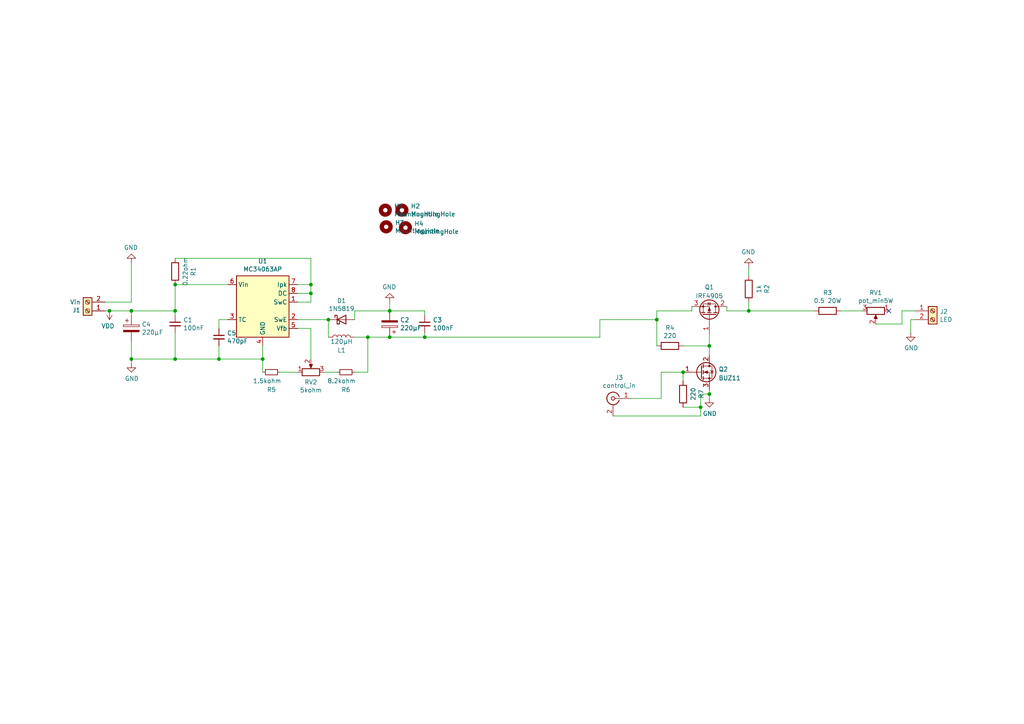
<source format=kicad_sch>
(kicad_sch (version 20211123) (generator eeschema)
  (paper "A4")
  (lib_symbols
    (symbol "Connector:Conn_Coaxial" (pin_names (offset 1.016) hide)
      (property "Reference" "J" (at 0.254 3.048 0))
      (property "Value" "Conn_Coaxial" (at 2.921 0 90))
      (symbol "Conn_Coaxial_0_1"
        (arc (start -1.778 -0.508) (mid 0.222 -1.808) (end 1.778 0) (stroke (width 0.254)))
        (polyline (pts (xy -2.54 0) (xy -0.508 0)))
        (polyline (pts (xy 0 -2.54) (xy 0 -1.778)))
        (circle (center 0 0) (radius 0.508) (stroke (width 0.2032)))
        (arc (start 1.778 0) (mid 0.222 1.8083) (end -1.778 0.508) (stroke (width 0.254)))
      )
      (symbol "Conn_Coaxial_1_1"
        (pin passive line (at -5.08 0 0) (length 2.54) (name "In") (number "1"))
        (pin passive line (at 0 -5.08 90) (length 2.54) (name "Ext") (number "2"))
      )
    )
    (symbol "Connector:Screw_Terminal_01x02" (pin_names (offset 1.016) hide)
      (property "Reference" "J" (at 0 2.54 0))
      (property "Value" "Screw_Terminal_01x02" (at 0 -5.08 0))
      (symbol "Screw_Terminal_01x02_1_1"
        (rectangle (start -1.27 1.27) (end 1.27 -3.81) (stroke (width 0.254)) (fill (type background)))
        (circle (center 0 -2.54) (radius 0.635) (stroke (width 0.1524)))
        (polyline (pts (xy -0.5334 -2.2098) (xy 0.3302 -3.048)) (stroke (width 0.1524)))
        (polyline (pts (xy -0.5334 0.3302) (xy 0.3302 -0.508)) (stroke (width 0.1524)))
        (polyline (pts (xy -0.3556 -2.032) (xy 0.508 -2.8702)) (stroke (width 0.1524)))
        (polyline (pts (xy -0.3556 0.508) (xy 0.508 -0.3302)) (stroke (width 0.1524)))
        (circle (center 0 0) (radius 0.635) (stroke (width 0.1524)))
        (pin passive line (at -5.08 0 0) (length 3.81) (name "Pin_1") (number "1"))
        (pin passive line (at -5.08 -2.54 0) (length 3.81) (name "Pin_2") (number "2"))
      )
    )
    (symbol "Device:CP" (pin_numbers hide) (pin_names (offset 0.254))
      (property "Reference" "C" (at 0.635 2.54 0))
      (property "Value" "Device_CP" (at 0.635 -2.54 0))
      (symbol "CP_0_1"
        (rectangle (start -2.286 0.508) (end -2.286 1.016))
        (rectangle (start -2.286 0.508) (end 2.286 0.508))
        (polyline (pts (xy -1.778 2.286) (xy -0.762 2.286)))
        (polyline (pts (xy -1.27 2.794) (xy -1.27 1.778)))
        (rectangle (start 2.286 -0.508) (end -2.286 -1.016) (fill (type outline)))
        (rectangle (start 2.286 1.016) (end -2.286 1.016))
        (rectangle (start 2.286 1.016) (end 2.286 0.508))
      )
      (symbol "CP_1_1"
        (pin passive line (at 0 3.81 270) (length 2.794) (name "~") (number "1"))
        (pin passive line (at 0 -3.81 90) (length 2.794) (name "~") (number "2"))
      )
    )
    (symbol "Device:C_Small" (pin_numbers hide) (pin_names (offset 0.254) hide)
      (property "Reference" "C" (at 0.254 1.778 0))
      (property "Value" "C_Small" (at 0.254 -2.032 0))
      (symbol "C_Small_0_1"
        (polyline (pts (xy -1.524 -0.508) (xy 1.524 -0.508)) (stroke (width 0.3302)))
        (polyline (pts (xy -1.524 0.508) (xy 1.524 0.508)) (stroke (width 0.3048)))
      )
      (symbol "C_Small_1_1"
        (pin passive line (at 0 2.54 270) (length 2.032) (name "~") (number "1"))
        (pin passive line (at 0 -2.54 90) (length 2.032) (name "~") (number "2"))
      )
    )
    (symbol "Device:L" (pin_numbers hide) (pin_names (offset 1.016) hide)
      (property "Reference" "L" (at -1.27 0 90))
      (property "Value" "L" (at 1.905 0 90))
      (symbol "L_0_1"
        (arc (start 0 -2.54) (mid 0.635 -1.905) (end 0 -1.27))
        (arc (start 0 -1.27) (mid 0.635 -0.635) (end 0 0))
        (arc (start 0 0) (mid 0.635 0.635) (end 0 1.27))
        (arc (start 0 1.27) (mid 0.635 1.905) (end 0 2.54))
      )
      (symbol "L_1_1"
        (pin passive line (at 0 3.81 270) (length 1.27) (name "1") (number "1"))
        (pin passive line (at 0 -3.81 90) (length 1.27) (name "2") (number "2"))
      )
    )
    (symbol "Device:R" (pin_numbers hide) (pin_names (offset 0))
      (property "Reference" "R" (at 2.032 0 90))
      (property "Value" "R" (at 0 0 90))
      (symbol "R_0_1"
        (rectangle (start -1.016 -2.54) (end 1.016 2.54) (stroke (width 0.254)))
      )
      (symbol "R_1_1"
        (pin passive line (at 0 3.81 270) (length 1.27) (name "~") (number "1"))
        (pin passive line (at 0 -3.81 90) (length 1.27) (name "~") (number "2"))
      )
    )
    (symbol "Device:R_POT" (pin_names (offset 1.016) hide)
      (property "Reference" "RV" (at -4.445 0 90))
      (property "Value" "Device_R_POT" (at -2.54 0 90))
      (symbol "R_POT_0_1"
        (polyline (pts (xy 2.54 0) (xy 1.524 0)))
        (polyline (pts (xy 1.143 0) (xy 2.286 0.508) (xy 2.286 -0.508) (xy 1.143 0)) (fill (type outline)))
        (rectangle (start 1.016 2.54) (end -1.016 -2.54) (stroke (width 0.254)))
      )
      (symbol "R_POT_1_1"
        (pin passive line (at 0 3.81 270) (length 1.27) (name "1") (number "1"))
        (pin passive line (at 3.81 0 180) (length 1.27) (name "2") (number "2"))
        (pin passive line (at 0 -3.81 90) (length 1.27) (name "3") (number "3"))
      )
    )
    (symbol "Device:R_Small" (pin_numbers hide) (pin_names (offset 0.254) hide)
      (property "Reference" "R" (at 0.762 0.508 0))
      (property "Value" "R_Small" (at 0.762 -1.016 0))
      (symbol "R_Small_0_1"
        (rectangle (start -0.762 1.778) (end 0.762 -1.778) (stroke (width 0.2032)))
      )
      (symbol "R_Small_1_1"
        (pin passive line (at 0 2.54 270) (length 0.762) (name "~") (number "1"))
        (pin passive line (at 0 -2.54 90) (length 0.762) (name "~") (number "2"))
      )
    )
    (symbol "Diode:1N5819" (pin_numbers hide) (pin_names (offset 1.016) hide)
      (property "Reference" "D" (at 0 2.54 0))
      (property "Value" "1N5819" (at 0 -2.54 0))
      (symbol "1N5819_0_1"
        (polyline (pts (xy 1.27 0) (xy -1.27 0)))
        (polyline (pts (xy 1.27 1.27) (xy 1.27 -1.27) (xy -1.27 0) (xy 1.27 1.27)) (stroke (width 0.254)))
        (polyline (pts (xy -1.905 0.635) (xy -1.905 1.27) (xy -1.27 1.27) (xy -1.27 -1.27) (xy -0.635 -1.27) (xy -0.635 -0.635)) (stroke (width 0.254)))
      )
      (symbol "1N5819_1_1"
        (pin passive line (at -3.81 0 0) (length 2.54) (name "K") (number "1"))
        (pin passive line (at 3.81 0 180) (length 2.54) (name "A") (number "2"))
      )
    )
    (symbol "Mechanical:MountingHole" (pin_names (offset 1.016))
      (property "Reference" "H" (at 0 5.08 0))
      (property "Value" "MountingHole" (at 0 3.175 0))
      (symbol "MountingHole_0_1"
        (circle (center 0 0) (radius 1.27) (stroke (width 1.27)))
      )
    )
    (symbol "Regulator_Switching:MC34063AP"
      (property "Reference" "U" (at -7.62 8.89 0))
      (property "Value" "MC34063AP" (at 0 8.89 0))
      (symbol "MC34063AP_0_1"
        (rectangle (start -7.62 7.62) (end 7.62 -10.16) (stroke (width 0.254)) (fill (type background)))
      )
      (symbol "MC34063AP_1_1"
        (pin open_collector line (at 10.16 0 180) (length 2.54) (name "SwC") (number "1"))
        (pin open_emitter line (at 10.16 -5.08 180) (length 2.54) (name "SwE") (number "2"))
        (pin passive line (at -10.16 -5.08 0) (length 2.54) (name "TC") (number "3"))
        (pin power_in line (at 0 -12.7 90) (length 2.54) (name "GND") (number "4"))
        (pin input line (at 10.16 -7.62 180) (length 2.54) (name "Vfb") (number "5"))
        (pin power_in line (at -10.16 5.08 0) (length 2.54) (name "Vin") (number "6"))
        (pin input line (at 10.16 5.08 180) (length 2.54) (name "Ipk") (number "7"))
        (pin open_collector line (at 10.16 2.54 180) (length 2.54) (name "DC") (number "8"))
      )
    )
    (symbol "Transistor_FET:BUZ11" (pin_names hide)
      (property "Reference" "Q" (at 6.35 1.905 0))
      (property "Value" "BUZ11" (at 6.35 0 0))
      (symbol "BUZ11_0_1"
        (polyline (pts (xy 0.254 0) (xy -2.54 0)))
        (polyline (pts (xy 0.254 1.905) (xy 0.254 -1.905)) (stroke (width 0.254)))
        (polyline (pts (xy 0.762 -1.27) (xy 0.762 -2.286)) (stroke (width 0.254)))
        (polyline (pts (xy 0.762 0.508) (xy 0.762 -0.508)) (stroke (width 0.254)))
        (polyline (pts (xy 0.762 2.286) (xy 0.762 1.27)) (stroke (width 0.254)))
        (polyline (pts (xy 2.54 2.54) (xy 2.54 1.778)))
        (polyline (pts (xy 2.54 -2.54) (xy 2.54 0) (xy 0.762 0)))
        (polyline (pts (xy 0.762 -1.778) (xy 3.302 -1.778) (xy 3.302 1.778) (xy 0.762 1.778)))
        (polyline (pts (xy 1.016 0) (xy 2.032 0.381) (xy 2.032 -0.381) (xy 1.016 0)) (fill (type outline)))
        (polyline (pts (xy 2.794 0.508) (xy 2.921 0.381) (xy 3.683 0.381) (xy 3.81 0.254)))
        (polyline (pts (xy 3.302 0.381) (xy 2.921 -0.254) (xy 3.683 -0.254) (xy 3.302 0.381)))
        (circle (center 1.651 0) (radius 2.794) (stroke (width 0.254)))
        (circle (center 2.54 -1.778) (radius 0.254) (fill (type outline)))
        (circle (center 2.54 1.778) (radius 0.254) (fill (type outline)))
      )
      (symbol "BUZ11_1_1"
        (pin input line (at -5.08 0 0) (length 2.54) (name "G") (number "1"))
        (pin passive line (at 2.54 5.08 270) (length 2.54) (name "D") (number "2"))
        (pin passive line (at 2.54 -5.08 90) (length 2.54) (name "S") (number "3"))
      )
    )
    (symbol "Transistor_FET:IRF4905" (pin_names hide)
      (property "Reference" "Q" (at 5.08 1.905 0))
      (property "Value" "IRF4905" (at 5.08 0 0))
      (symbol "IRF4905_0_1"
        (polyline (pts (xy 0.254 0) (xy -2.54 0)))
        (polyline (pts (xy 0.254 1.905) (xy 0.254 -1.905)) (stroke (width 0.254)))
        (polyline (pts (xy 0.762 -1.27) (xy 0.762 -2.286)) (stroke (width 0.254)))
        (polyline (pts (xy 0.762 0.508) (xy 0.762 -0.508)) (stroke (width 0.254)))
        (polyline (pts (xy 0.762 2.286) (xy 0.762 1.27)) (stroke (width 0.254)))
        (polyline (pts (xy 2.54 2.54) (xy 2.54 1.778)))
        (polyline (pts (xy 2.54 -2.54) (xy 2.54 0) (xy 0.762 0)))
        (polyline (pts (xy 0.762 1.778) (xy 3.302 1.778) (xy 3.302 -1.778) (xy 0.762 -1.778)))
        (polyline (pts (xy 2.286 0) (xy 1.27 0.381) (xy 1.27 -0.381) (xy 2.286 0)) (fill (type outline)))
        (polyline (pts (xy 2.794 -0.508) (xy 2.921 -0.381) (xy 3.683 -0.381) (xy 3.81 -0.254)))
        (polyline (pts (xy 3.302 -0.381) (xy 2.921 0.254) (xy 3.683 0.254) (xy 3.302 -0.381)))
        (circle (center 1.651 0) (radius 2.794) (stroke (width 0.254)))
        (circle (center 2.54 -1.778) (radius 0.254) (fill (type outline)))
        (circle (center 2.54 1.778) (radius 0.254) (fill (type outline)))
      )
      (symbol "IRF4905_1_1"
        (pin input line (at -5.08 0 0) (length 2.54) (name "G") (number "1"))
        (pin passive line (at 2.54 5.08 270) (length 2.54) (name "D") (number "2"))
        (pin passive line (at 2.54 -5.08 90) (length 2.54) (name "S") (number "3"))
      )
    )
    (symbol "power:GND" (power) (pin_names (offset 0))
      (property "Value" "GND" (at 0 -3.81 0))
      (symbol "GND_0_1"
        (polyline (pts (xy 0 0) (xy 0 -1.27) (xy 1.27 -1.27) (xy 0 -2.54) (xy -1.27 -1.27) (xy 0 -1.27)))
      )
      (symbol "GND_1_1"
        (pin power_in line (at 0 0 270) (length 0) hide (name "GND") (number "1"))
      )
    )
    (symbol "power:VDD" (power) (pin_names (offset 0))
      (property "Value" "VDD" (at 0 3.81 0))
      (symbol "VDD_0_1"
        (polyline (pts (xy -0.762 1.27) (xy 0 2.54)))
        (polyline (pts (xy 0 0) (xy 0 2.54)))
        (polyline (pts (xy 0 2.54) (xy 0.762 1.27)))
      )
      (symbol "VDD_1_1"
        (pin power_in line (at 0 0 90) (length 0) hide (name "VDD") (number "1"))
      )
    )
  )
  (junction (at 38.1 90.17))
  (junction (at 76.2 104.14))
  (junction (at 113.03 97.79))
  (junction (at 205.74 114.3))
  (junction (at 106.68 97.79))
  (junction (at 38.1 104.14))
  (junction (at 50.8 82.55))
  (junction (at 31.75 90.17))
  (junction (at 63.5 104.14))
  (junction (at 123.19 97.79))
  (junction (at 190.5 92.71))
  (junction (at 50.8 104.14))
  (junction (at 205.74 100.33))
  (junction (at 95.25 92.71))
  (junction (at 113.03 90.17))
  (junction (at 198.12 107.95))
  (junction (at 203.2 118.11))
  (junction (at 217.17 90.17))
  (junction (at 50.8 90.17))
  (junction (at 90.17 82.55))
  (junction (at 90.17 85.09))
  (no_connect (at 257.81 90.17))
  (wire (pts (xy 66.04 92.71) (xy 63.5 92.71)))
  (wire (pts (xy 205.74 113.03) (xy 205.74 114.3)))
  (wire (pts (xy 198.12 100.33) (xy 205.74 100.33)))
  (wire (pts (xy 90.17 87.63) (xy 86.36 87.63)))
  (wire (pts (xy 30.48 87.63) (xy 38.1 87.63)))
  (wire (pts (xy 50.8 104.14) (xy 38.1 104.14)))
  (wire (pts (xy 38.1 76.2) (xy 38.1 87.63)))
  (wire (pts (xy 217.17 77.47) (xy 217.17 80.01)))
  (wire (pts (xy 76.2 107.95) (xy 76.2 104.14)))
  (wire (pts (xy 198.12 110.49) (xy 198.12 107.95)))
  (wire (pts (xy 31.75 90.17) (xy 38.1 90.17)))
  (wire (pts (xy 123.19 97.79) (xy 173.99 97.79)))
  (wire (pts (xy 264.16 96.52) (xy 264.16 92.71)))
  (wire (pts (xy 205.74 114.3) (xy 205.74 115.57)))
  (wire (pts (xy 50.8 90.17) (xy 50.8 91.44)))
  (wire (pts (xy 30.48 90.17) (xy 31.75 90.17)))
  (wire (pts (xy 86.36 92.71) (xy 95.25 92.71)))
  (wire (pts (xy 90.17 82.55) (xy 90.17 85.09)))
  (wire (pts (xy 198.12 118.11) (xy 203.2 118.11)))
  (wire (pts (xy 217.17 90.17) (xy 236.22 90.17)))
  (wire (pts (xy 203.2 118.11) (xy 203.2 114.3)))
  (wire (pts (xy 86.36 95.25) (xy 90.17 95.25)))
  (wire (pts (xy 203.2 120.65) (xy 203.2 118.11)))
  (wire (pts (xy 90.17 95.25) (xy 90.17 104.14)))
  (wire (pts (xy 38.1 90.17) (xy 50.8 90.17)))
  (wire (pts (xy 254 93.98) (xy 261.62 93.98)))
  (wire (pts (xy 90.17 74.93) (xy 90.17 82.55)))
  (wire (pts (xy 191.77 115.57) (xy 191.77 107.95)))
  (wire (pts (xy 81.28 107.95) (xy 86.36 107.95)))
  (wire (pts (xy 113.03 97.79) (xy 123.19 97.79)))
  (wire (pts (xy 173.99 97.79) (xy 173.99 92.71)))
  (wire (pts (xy 63.5 92.71) (xy 63.5 95.25)))
  (wire (pts (xy 63.5 104.14) (xy 50.8 104.14)))
  (wire (pts (xy 38.1 104.14) (xy 38.1 105.41)))
  (wire (pts (xy 102.87 107.95) (xy 106.68 107.95)))
  (wire (pts (xy 50.8 90.17) (xy 50.8 82.55)))
  (wire (pts (xy 50.8 74.93) (xy 90.17 74.93)))
  (wire (pts (xy 76.2 104.14) (xy 63.5 104.14)))
  (wire (pts (xy 243.84 90.17) (xy 250.19 90.17)))
  (wire (pts (xy 217.17 87.63) (xy 217.17 90.17)))
  (wire (pts (xy 106.68 97.79) (xy 113.03 97.79)))
  (wire (pts (xy 63.5 100.33) (xy 63.5 104.14)))
  (wire (pts (xy 106.68 107.95) (xy 106.68 97.79)))
  (wire (pts (xy 50.8 82.55) (xy 66.04 82.55)))
  (wire (pts (xy 205.74 102.87) (xy 205.74 100.33)))
  (wire (pts (xy 50.8 96.52) (xy 50.8 104.14)))
  (wire (pts (xy 106.68 97.79) (xy 102.87 97.79)))
  (wire (pts (xy 90.17 85.09) (xy 86.36 85.09)))
  (wire (pts (xy 173.99 92.71) (xy 190.5 92.71)))
  (wire (pts (xy 210.82 90.17) (xy 217.17 90.17)))
  (wire (pts (xy 95.25 92.71) (xy 95.25 97.79)))
  (wire (pts (xy 205.74 96.52) (xy 205.74 100.33)))
  (wire (pts (xy 102.87 90.17) (xy 113.03 90.17)))
  (wire (pts (xy 177.8 120.65) (xy 203.2 120.65)))
  (wire (pts (xy 200.66 90.17) (xy 190.5 90.17)))
  (wire (pts (xy 38.1 90.17) (xy 38.1 91.44)))
  (wire (pts (xy 203.2 114.3) (xy 205.74 114.3)))
  (wire (pts (xy 200.66 88.9) (xy 200.66 90.17)))
  (wire (pts (xy 102.87 92.71) (xy 102.87 90.17)))
  (wire (pts (xy 123.19 97.79) (xy 123.19 96.52)))
  (wire (pts (xy 123.19 90.17) (xy 113.03 90.17)))
  (wire (pts (xy 76.2 100.33) (xy 76.2 104.14)))
  (wire (pts (xy 113.03 87.63) (xy 113.03 90.17)))
  (wire (pts (xy 261.62 90.17) (xy 265.43 90.17)))
  (wire (pts (xy 182.88 115.57) (xy 191.77 115.57)))
  (wire (pts (xy 191.77 107.95) (xy 198.12 107.95)))
  (wire (pts (xy 90.17 85.09) (xy 90.17 87.63)))
  (wire (pts (xy 210.82 88.9) (xy 210.82 90.17)))
  (wire (pts (xy 190.5 100.33) (xy 190.5 92.71)))
  (wire (pts (xy 86.36 82.55) (xy 90.17 82.55)))
  (wire (pts (xy 38.1 99.06) (xy 38.1 104.14)))
  (wire (pts (xy 123.19 91.44) (xy 123.19 90.17)))
  (wire (pts (xy 93.98 107.95) (xy 97.79 107.95)))
  (wire (pts (xy 190.5 92.71) (xy 190.5 90.17)))
  (wire (pts (xy 264.16 92.71) (xy 265.43 92.71)))
  (wire (pts (xy 261.62 93.98) (xy 261.62 90.17)))
  (symbol (lib_id "Device:R") (at 240.03 90.17 270) (unit 1)
    (property "Reference" "R3" (at 240.03 84.9122 90))
    (property "Value" "0.5 20W" (at 240.03 87.2236 90))
    (property "Footprint" "Package_TO_SOT_THT:TO-220-2_Vertical" (effects hide))
  )
  (symbol (lib_id "Device:R_POT") (at 254 90.17 270) (unit 1)
    (property "Reference" "RV1" (at 254 84.9122 90))
    (property "Value" "pot_min5W" (at 254 87.2236 90))
    (property "Footprint" "Potentiometer_THT:Potentiometer_ACP_CA14-H5_Horizontal" (effects hide))
  )
  (symbol (lib_id "Connector:Screw_Terminal_01x02") (at 270.51 90.17 0) (unit 1)
    (property "Reference" "J2" (at 272.542 90.3732 0) (effects (justify left)))
    (property "Value" "LED" (at 272.542 92.6846 0) (effects (justify left)))
    (property "Footprint" "TerminalBlock:TerminalBlock_Altech_AK300-2_P5.00mm" (effects hide))
  )
  (symbol (lib_id "Device:R") (at 194.31 100.33 270) (unit 1)
    (property "Reference" "R4" (at 194.31 95.0722 90))
    (property "Value" "220" (at 194.31 97.3836 90))
    (property "Footprint" "Resistor_THT:R_Axial_DIN0207_L6.3mm_D2.5mm_P10.16mm_Horizontal" (effects hide))
  )
  (symbol (lib_id "power:GND") (at 205.74 115.57 0) (unit 1)
    (property "Reference" "#PWR07" (effects hide))
    (property "Value" "GND" (at 205.867 119.9642 0))
  )
  (symbol (lib_id "power:GND") (at 217.17 77.47 180) (unit 1)
    (property "Reference" "#PWR02" (effects hide))
    (property "Value" "GND" (at 217.043 73.0758 0))
  )
  (symbol (lib_id "Device:R") (at 217.17 83.82 180) (unit 1)
    (property "Reference" "R2" (at 222.4278 83.82 90))
    (property "Value" "1k" (at 220.1164 83.82 90))
    (property "Footprint" "Resistor_THT:R_Axial_DIN0207_L6.3mm_D2.5mm_P10.16mm_Horizontal" (effects hide))
  )
  (symbol (lib_id "Device:R") (at 198.12 114.3 180) (unit 1)
    (property "Reference" "R7" (at 203.3778 114.3 90))
    (property "Value" "220" (at 201.0664 114.3 90))
    (property "Footprint" "Resistor_THT:R_Axial_DIN0207_L6.3mm_D2.5mm_P10.16mm_Horizontal" (effects hide))
  )
  (symbol (lib_id "power:GND") (at 264.16 96.52 0) (unit 1)
    (property "Reference" "#PWR05" (effects hide))
    (property "Value" "GND" (at 264.287 100.9142 0))
  )
  (symbol (lib_id "Connector:Conn_Coaxial") (at 177.8 115.57 0) (mirror y) (unit 1)
    (property "Reference" "J3" (at 179.578 109.5248 0))
    (property "Value" "control_in" (at 179.578 111.8362 0))
    (property "Footprint" "Connector_Coaxial_extra:BNC_Amphenol_B6252HB-NPP3G-50_Horizontal" (effects hide))
    (property "Datasheet" " ~" (effects hide))
  )
  (symbol (lib_id "Connector:Screw_Terminal_01x02") (at 25.4 90.17 180) (unit 1)
    (property "Reference" "J1" (at 23.368 89.9668 0) (effects (justify left)))
    (property "Value" "Vin" (at 23.368 87.6554 0) (effects (justify left)))
    (property "Footprint" "TerminalBlock:TerminalBlock_Altech_AK300-2_P5.00mm" (effects hide))
  )
  (symbol (lib_id "Device:CP") (at 38.1 95.25 0) (unit 1)
    (property "Reference" "C4" (at 41.0972 94.0816 0) (effects (justify left)))
    (property "Value" "220µF" (at 41.0972 96.393 0) (effects (justify left)))
    (property "Footprint" "Capacitor_THT:CP_Radial_D8.0mm_P5.00mm" (effects hide))
  )
  (symbol (lib_id "power:GND") (at 38.1 76.2 180) (unit 1)
    (property "Reference" "#PWR01" (effects hide))
    (property "Value" "GND" (at 37.973 71.8058 0))
  )
  (symbol (lib_id "power:GND") (at 38.1 105.41 0) (unit 1)
    (property "Reference" "#PWR06" (effects hide))
    (property "Value" "GND" (at 38.227 109.8042 0))
  )
  (symbol (lib_id "Device:C_Small") (at 50.8 93.98 0) (unit 1)
    (property "Reference" "C1" (at 53.1368 92.8116 0) (effects (justify left)))
    (property "Value" "100nF" (at 53.1368 95.123 0) (effects (justify left)))
    (property "Footprint" "Capacitor_THT:C_Disc_D8.0mm_W5.0mm_P7.50mm" (effects hide))
  )
  (symbol (lib_id "Regulator_Switching:MC34063AP") (at 76.2 87.63 0) (unit 1)
    (property "Reference" "U1" (at 76.2 75.7682 0))
    (property "Value" "MC34063AP" (at 76.2 78.0796 0))
    (property "Footprint" "Package_DIP:DIP-8_W7.62mm" (effects hide))
    (property "Datasheet" "http://www.onsemi.com/pub_link/Collateral/MC34063A-D.PDF" (effects hide))
  )
  (symbol (lib_id "Device:R") (at 50.8 78.74 180) (unit 1)
    (property "Reference" "R1" (at 56.0578 78.74 90))
    (property "Value" "0.22ohm" (at 53.7464 78.74 90))
    (property "Footprint" "Resistor_THT:R_Axial_DIN0414_L11.9mm_D4.5mm_P15.24mm_Horizontal" (effects hide))
  )
  (symbol (lib_id "Device:C_Small") (at 63.5 97.79 0) (unit 1)
    (property "Reference" "C5" (at 65.8368 96.6216 0) (effects (justify left)))
    (property "Value" "470pF" (at 65.8368 98.933 0) (effects (justify left)))
    (property "Footprint" "Capacitor_THT:C_Axial_L5.1mm_D3.1mm_P7.50mm_Horizontal" (effects hide))
  )
  (symbol (lib_id "Device:R_POT") (at 90.17 107.95 90) (unit 1)
    (property "Reference" "RV2" (at 90.17 110.8456 90))
    (property "Value" "5kohm" (at 90.17 113.157 90))
    (property "Footprint" "Potentiometer_THT:Potentiometer_Vishay_T73YP_Vertical" (effects hide))
  )
  (symbol (lib_id "Device:R_Small") (at 78.74 107.95 270) (unit 1)
    (property "Reference" "R5" (at 78.74 113.03 90))
    (property "Value" "1.5kohm" (at 77.47 110.49 90))
    (property "Footprint" "Resistor_THT:R_Axial_DIN0207_L6.3mm_D2.5mm_P10.16mm_Horizontal" (effects hide))
  )
  (symbol (lib_id "Diode:1N5819") (at 99.06 92.71 0) (unit 1)
    (property "Reference" "D1" (at 99.06 87.2236 0))
    (property "Value" "1N5819" (at 99.06 89.535 0))
    (property "Footprint" "Diode_THT:D_DO-41_SOD81_P10.16mm_Horizontal" (effects hide))
    (property "Datasheet" "http://www.vishay.com/docs/88525/1n5817.pdf" (effects hide))
  )
  (symbol (lib_id "Device:L") (at 99.06 97.79 90) (unit 1)
    (property "Reference" "L1" (at 99.06 101.6 90))
    (property "Value" "120µH" (at 99.06 99.06 90))
    (property "Footprint" "Inductor_THT:L_Radial_D7.5mm_P5.00mm_Fastron_07P" (effects hide))
  )
  (symbol (lib_id "Device:R_Small") (at 100.33 107.95 270) (unit 1)
    (property "Reference" "R6" (at 100.33 113.03 90))
    (property "Value" "8.2kohm" (at 99.06 110.49 90))
    (property "Footprint" "Resistor_THT:R_Axial_DIN0207_L6.3mm_D2.5mm_P10.16mm_Horizontal" (effects hide))
  )
  (symbol (lib_id "Device:CP") (at 113.03 93.98 180) (unit 1)
    (property "Reference" "C2" (at 116.0272 92.8116 0) (effects (justify right)))
    (property "Value" "220µF" (at 116.0272 95.123 0) (effects (justify right)))
    (property "Footprint" "Capacitor_THT:CP_Radial_D8.0mm_P5.00mm" (effects hide))
  )
  (symbol (lib_id "power:GND") (at 113.03 87.63 180) (unit 1)
    (property "Reference" "#PWR03" (effects hide))
    (property "Value" "GND" (at 112.903 83.2358 0))
  )
  (symbol (lib_id "Device:C_Small") (at 123.19 93.98 0) (unit 1)
    (property "Reference" "C3" (at 125.5268 92.8116 0) (effects (justify left)))
    (property "Value" "100nF" (at 125.5268 95.123 0) (effects (justify left)))
    (property "Footprint" "Capacitor_THT:C_Disc_D8.0mm_W5.0mm_P7.50mm" (effects hide))
  )
  (symbol (lib_id "power:VDD") (at 31.75 90.17 180) (unit 1)
    (property "Reference" "#PWR04" (effects hide))
    (property "Value" "VDD" (at 31.2928 94.5642 0))
  )
  (symbol (lib_id "Mechanical:MountingHole") (at 111.76 60.96 0) (unit 1)
    (property "Reference" "H1" (at 114.3 59.7916 0) (effects (justify left)))
    (property "Value" "MountingHole" (at 114.3 62.103 0) (effects (justify left)))
    (property "Footprint" "MountingHole:MountingHole_3.2mm_M3" (effects hide))
  )
  (symbol (lib_id "Mechanical:MountingHole") (at 116.586 60.96 0) (unit 1)
    (property "Reference" "H2" (at 119.126 59.7916 0) (effects (justify left)))
    (property "Value" "MountingHole" (at 119.126 62.103 0) (effects (justify left)))
    (property "Footprint" "MountingHole:MountingHole_3.2mm_M3" (effects hide))
  )
  (symbol (lib_id "Mechanical:MountingHole") (at 112.014 65.786 0) (unit 1)
    (property "Reference" "H3" (at 114.554 64.6176 0) (effects (justify left)))
    (property "Value" "MountingHole" (at 114.554 66.929 0) (effects (justify left)))
    (property "Footprint" "MountingHole:MountingHole_3.2mm_M3" (effects hide))
  )
  (symbol (lib_id "Mechanical:MountingHole") (at 117.602 66.04 0) (unit 1)
    (property "Reference" "H4" (at 120.142 64.8716 0) (effects (justify left)))
    (property "Value" "MountingHole" (at 120.142 67.183 0) (effects (justify left)))
    (property "Footprint" "MountingHole:MountingHole_3.2mm_M3" (effects hide))
  )
  (symbol (lib_id "Transistor_FET:IRF4905") (at 205.74 91.44 270) (mirror x) (unit 1)
    (property "Reference" "Q1" (at 205.74 83.2952 90))
    (property "Value" "IRF4905" (at 205.74 85.8321 90))
    (property "Footprint" "Package_TO_SOT_THT:TO-220-3_Vertical" (effects hide))
    (property "Datasheet" "http://www.infineon.com/dgdl/irf4905.pdf?fileId=5546d462533600a4015355e32165197c" (effects hide))
  )
  (symbol (lib_id "Transistor_FET:BUZ11") (at 203.2 107.95 0) (unit 1)
    (property "Reference" "Q2" (at 208.407 107.1153 0) (effects (justify left)))
    (property "Value" "BUZ11" (at 208.407 109.6522 0) (effects (justify left)))
    (property "Footprint" "Package_TO_SOT_THT:TO-220-3_Vertical" (effects hide))
    (property "Datasheet" "https://media.digikey.com/pdf/Data%20Sheets/Fairchild%20PDFs/BUZ11.pdf" (effects hide))
  )
)
</source>
